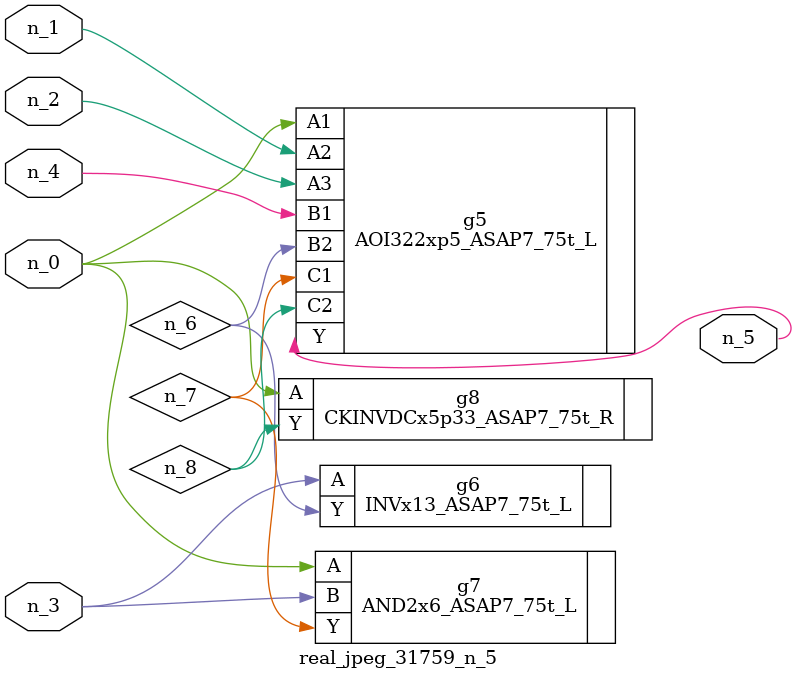
<source format=v>
module real_jpeg_31759_n_5 (n_4, n_0, n_1, n_2, n_3, n_5);

input n_4;
input n_0;
input n_1;
input n_2;
input n_3;

output n_5;

wire n_8;
wire n_6;
wire n_7;

AOI322xp5_ASAP7_75t_L g5 ( 
.A1(n_0),
.A2(n_1),
.A3(n_2),
.B1(n_4),
.B2(n_6),
.C1(n_7),
.C2(n_8),
.Y(n_5)
);

AND2x6_ASAP7_75t_L g7 ( 
.A(n_0),
.B(n_3),
.Y(n_7)
);

CKINVDCx5p33_ASAP7_75t_R g8 ( 
.A(n_0),
.Y(n_8)
);

INVx13_ASAP7_75t_L g6 ( 
.A(n_3),
.Y(n_6)
);


endmodule
</source>
